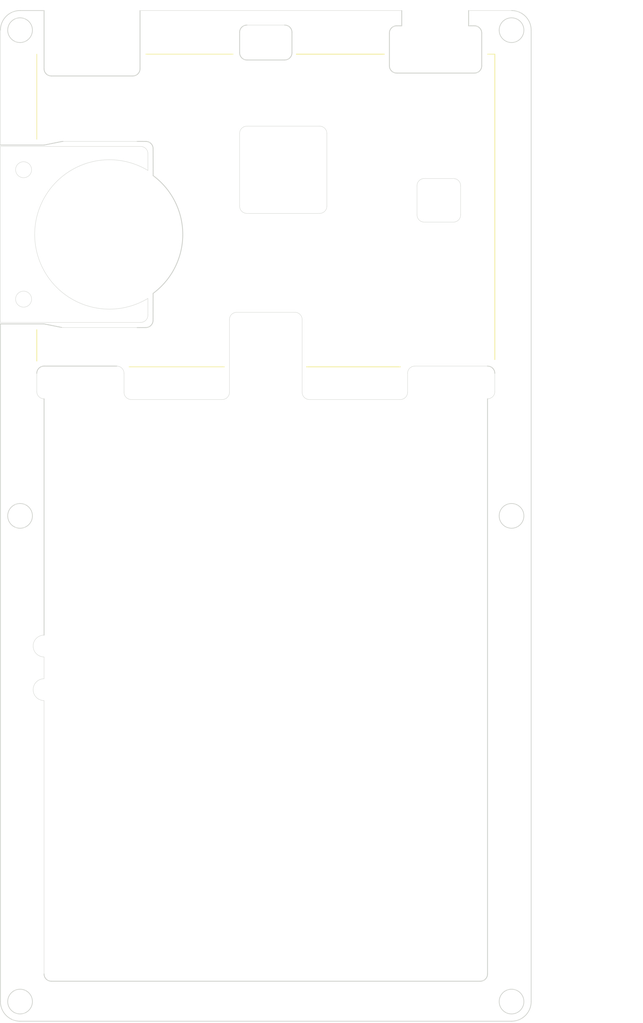
<source format=kicad_pcb>
(kicad_pcb
	(version 20241229)
	(generator "pcbnew")
	(generator_version "9.0")
	(general
		(thickness 1.6)
		(legacy_teardrops no)
	)
	(paper "A4")
	(layers
		(0 "F.Cu" signal)
		(2 "B.Cu" signal)
		(9 "F.Adhes" user "F.Adhesive")
		(11 "B.Adhes" user "B.Adhesive")
		(13 "F.Paste" user)
		(15 "B.Paste" user)
		(5 "F.SilkS" user "F.Silkscreen")
		(7 "B.SilkS" user "B.Silkscreen")
		(1 "F.Mask" user)
		(3 "B.Mask" user)
		(17 "Dwgs.User" user "User.Drawings")
		(19 "Cmts.User" user "User.Comments")
		(21 "Eco1.User" user "User.Eco1")
		(23 "Eco2.User" user "User.Eco2")
		(25 "Edge.Cuts" user)
		(27 "Margin" user)
		(31 "F.CrtYd" user "F.Courtyard")
		(29 "B.CrtYd" user "B.Courtyard")
		(35 "F.Fab" user)
		(33 "B.Fab" user)
		(39 "User.1" user)
		(41 "User.2" user)
		(43 "User.3" user)
		(45 "User.4" user)
	)
	(setup
		(stackup
			(layer "F.SilkS"
				(type "Top Silk Screen")
				(color "White")
			)
			(layer "F.Paste"
				(type "Top Solder Paste")
			)
			(layer "F.Mask"
				(type "Top Solder Mask")
				(color "Black")
				(thickness 0.01)
			)
			(layer "F.Cu"
				(type "copper")
				(thickness 0.035)
			)
			(layer "dielectric 1"
				(type "core")
				(thickness 1.51)
				(material "FR4")
				(epsilon_r 4.5)
				(loss_tangent 0.02)
			)
			(layer "B.Cu"
				(type "copper")
				(thickness 0.035)
			)
			(layer "B.Mask"
				(type "Bottom Solder Mask")
				(color "Black")
				(thickness 0.01)
			)
			(layer "B.Paste"
				(type "Bottom Solder Paste")
			)
			(layer "B.SilkS"
				(type "Bottom Silk Screen")
				(color "White")
			)
			(copper_finish "None")
			(dielectric_constraints no)
		)
		(pad_to_mask_clearance 0)
		(allow_soldermask_bridges_in_footprints no)
		(tenting front back)
		(pcbplotparams
			(layerselection 0x00000000_00000000_55555555_5755f5ff)
			(plot_on_all_layers_selection 0x00000000_00000000_00000000_00000000)
			(disableapertmacros no)
			(usegerberextensions no)
			(usegerberattributes yes)
			(usegerberadvancedattributes yes)
			(creategerberjobfile yes)
			(dashed_line_dash_ratio 12.000000)
			(dashed_line_gap_ratio 3.000000)
			(svgprecision 4)
			(plotframeref no)
			(mode 1)
			(useauxorigin no)
			(hpglpennumber 1)
			(hpglpenspeed 20)
			(hpglpendiameter 15.000000)
			(pdf_front_fp_property_popups yes)
			(pdf_back_fp_property_popups yes)
			(pdf_metadata yes)
			(pdf_single_document no)
			(dxfpolygonmode yes)
			(dxfimperialunits yes)
			(dxfusepcbnewfont yes)
			(psnegative no)
			(psa4output no)
			(plot_black_and_white yes)
			(sketchpadsonfab no)
			(plotpadnumbers no)
			(hidednponfab no)
			(sketchdnponfab yes)
			(crossoutdnponfab yes)
			(subtractmaskfromsilk no)
			(outputformat 1)
			(mirror no)
			(drillshape 1)
			(scaleselection 1)
			(outputdirectory "")
		)
	)
	(net 0 "")
	(gr_line
		(start 95 89)
		(end 82.1 89)
		(stroke
			(width 0.12)
			(type default)
		)
		(layer "F.SilkS")
		(uuid "1bc3abfd-021e-4067-8fac-0188a8ebf9af")
	)
	(gr_line
		(start 57.7 89)
		(end 70.8 89)
		(stroke
			(width 0.1)
			(type default)
		)
		(layer "F.SilkS")
		(uuid "416519e2-4020-4337-801b-efb0295b999e")
	)
	(gr_line
		(start 108 46)
		(end 108 88)
		(stroke
			(width 0.12)
			(type default)
		)
		(layer "F.SilkS")
		(uuid "549310a0-ff7e-46a2-a7ee-2c2aea5d7028")
	)
	(gr_line
		(start 45 46)
		(end 45 57.7)
		(stroke
			(width 0.1)
			(type default)
		)
		(layer "F.SilkS")
		(uuid "7d7221f7-fa46-4fd4-a710-11c82856c194")
	)
	(gr_line
		(start 45 88.2)
		(end 45 83.9)
		(stroke
			(width 0.12)
			(type default)
		)
		(layer "F.SilkS")
		(uuid "c7458ddd-0864-421e-a747-75f8c533dcf4")
	)
	(gr_line
		(start 80.7 46)
		(end 92.8 46)
		(stroke
			(width 0.12)
			(type default)
		)
		(layer "F.SilkS")
		(uuid "cfc4c67e-99c7-4800-892b-8c6ec6e698d0")
	)
	(gr_line
		(start 108 46)
		(end 107 46)
		(stroke
			(width 0.1)
			(type default)
		)
		(layer "F.SilkS")
		(uuid "de49624c-f575-4140-aa01-f4194fe8d629")
	)
	(gr_line
		(start 60 46)
		(end 72 46)
		(stroke
			(width 0.1)
			(type default)
		)
		(layer "F.SilkS")
		(uuid "f81ba50a-26b8-4d2d-8c7e-45949ef8e522")
	)
	(gr_arc
		(start 42.7 179)
		(mid 40.790812 178.209188)
		(end 40 176.3)
		(stroke
			(width 0.1)
			(type default)
		)
		(layer "Edge.Cuts")
		(uuid "0576b707-f19f-4114-88a2-6c9408b56b76")
	)
	(gr_arc
		(start 84.9 66.9)
		(mid 84.607107 67.607107)
		(end 83.9 67.9)
		(stroke
			(width 0.05)
			(type default)
		)
		(layer "Edge.Cuts")
		(uuid "05a04562-578c-47d1-86c8-29df245a8d6d")
	)
	(gr_arc
		(start 48.59902 83.6)
		(mid 48.500482 83.595133)
		(end 48.402904 83.580581)
		(stroke
			(width 0.05)
			(type default)
		)
		(layer "Edge.Cuts")
		(uuid "0a530d39-889f-4763-b5a8-1a0c2396db13")
	)
	(gr_arc
		(start 107 88.9)
		(mid 107.707107 89.192893)
		(end 108 89.9)
		(stroke
			(width 0.12)
			(type default)
		)
		(layer "Edge.Cuts")
		(uuid "0e66ed75-e522-4408-9658-db6554ba952d")
	)
	(gr_arc
		(start 71.5 92.5)
		(mid 71.207107 93.207107)
		(end 70.5 93.5)
		(stroke
			(width 0.05)
			(type default)
		)
		(layer "Edge.Cuts")
		(uuid "0fba9aa0-62fb-400e-875c-315c33976f56")
	)
	(gr_line
		(start 40 42.7)
		(end 40 58.5)
		(stroke
			(width 0.05)
			(type default)
		)
		(layer "Edge.Cuts")
		(uuid "12f9da34-bfaa-42dd-a0be-e3c7904a8e2e")
	)
	(gr_line
		(start 58.8 57.996446)
		(end 60 58)
		(stroke
			(width 0.12)
			(type default)
		)
		(layer "Edge.Cuts")
		(uuid "14cbc514-02b9-417f-a43e-f454434c51df")
	)
	(gr_line
		(start 78 40)
		(end 95.2 40)
		(stroke
			(width 0.05)
			(type default)
		)
		(layer "Edge.Cuts")
		(uuid "14eb463b-8db5-4cda-8b59-299107d8a775")
	)
	(gr_line
		(start 46 128.9)
		(end 46 131.9)
		(stroke
			(width 0.05)
			(type default)
		)
		(layer "Edge.Cuts")
		(uuid "17364c38-5bd2-490e-a727-d09f588cf9c6")
	)
	(gr_arc
		(start 93.5 43.1)
		(mid 93.792893 42.392893)
		(end 94.5 42.1)
		(stroke
			(width 0.12)
			(type default)
		)
		(layer "Edge.Cuts")
		(uuid "19f16985-2a9b-4788-be59-8be5639fdf83")
	)
	(gr_line
		(start 72.5 81.5)
		(end 80.5 81.5)
		(stroke
			(width 0.05)
			(type default)
		)
		(layer "Edge.Cuts")
		(uuid "1b265fad-c5d8-42ae-9ace-81b29257d080")
	)
	(gr_arc
		(start 80.1 45.8)
		(mid 79.807107 46.507107)
		(end 79.1 46.8)
		(stroke
			(width 0.12)
			(type default)
		)
		(layer "Edge.Cuts")
		(uuid "227b30ab-66bd-4cbd-ba62-f2dd092f9a14")
	)
	(gr_line
		(start 58.803553 83.603554)
		(end 59.9929 83.599993)
		(stroke
			(width 0.12)
			(type default)
		)
		(layer "Edge.Cuts")
		(uuid "23f5a5c9-b1e2-466f-8512-b0bcd073ca6f")
	)
	(gr_arc
		(start 113 176.3)
		(mid 112.209188 178.209188)
		(end 110.3 179)
		(stroke
			(width 0.1)
			(type default)
		)
		(layer "Edge.Cuts")
		(uuid "2e9b216e-5004-4d87-b424-048c3c433a84")
	)
	(gr_line
		(start 71.5 92.5)
		(end 71.5 82.5)
		(stroke
			(width 0.05)
			(type default)
		)
		(layer "Edge.Cuts")
		(uuid "2ff4ffab-e767-4fcf-99d7-d27afffc60e1")
	)
	(gr_arc
		(start 48.402904 58.019419)
		(mid 48.500482 58.004866)
		(end 48.59902 58)
		(stroke
			(width 0.12)
			(type default)
		)
		(layer "Edge.Cuts")
		(uuid "3086e7f4-f923-44db-88e3-a20f51b4d1ad")
	)
	(gr_arc
		(start 46.000001 93.399999)
		(mid 45.292894 93.107106)
		(end 45.000001 92.399999)
		(stroke
			(width 0.05)
			(type default)
		)
		(layer "Edge.Cuts")
		(uuid "3284b775-41d5-4030-97a9-bc0bedbfba67")
	)
	(gr_line
		(start 58.8 83.6)
		(end 48.59902 83.6)
		(stroke
			(width 0.05)
			(type default)
		)
		(layer "Edge.Cuts")
		(uuid "33920185-0af3-41d1-8e8c-b4eb83f85371")
	)
	(gr_arc
		(start 98.3 69.1)
		(mid 97.592893 68.807107)
		(end 97.3 68.1)
		(stroke
			(width 0.05)
			(type default)
		)
		(layer "Edge.Cuts")
		(uuid "346b193e-a697-420b-ab2d-3454ace37c95")
	)
	(gr_circle
		(center 42.7 42.7)
		(end 42.7 44.4)
		(stroke
			(width 0.1)
			(type default)
		)
		(fill no)
		(layer "Edge.Cuts")
		(uuid "358d605b-cdd8-407b-b900-7fdbfb1adb69")
	)
	(gr_arc
		(start 107.999999 92.399999)
		(mid 107.707106 93.107106)
		(end 106.999999 93.399999)
		(stroke
			(width 0.05)
			(type default)
		)
		(layer "Edge.Cuts")
		(uuid "381c9d77-2e6b-4095-b78a-d451a3496235")
	)
	(gr_line
		(start 105.2 42.1)
		(end 104.4 42.1)
		(stroke
			(width 0.12)
			(type default)
		)
		(layer "Edge.Cuts")
		(uuid "3879cf98-f55b-4d84-8f22-b3867afb49c3")
	)
	(gr_line
		(start 93.5 43.1)
		(end 93.5 47.6)
		(stroke
			(width 0.12)
			(type default)
		)
		(layer "Edge.Cuts")
		(uuid "3979c8c1-25d7-40c1-b527-55f448e5241f")
	)
	(gr_circle
		(center 43.185793 79.692893)
		(end 44.285793 79.692893)
		(stroke
			(width 0.05)
			(type default)
		)
		(fill no)
		(layer "Edge.Cuts")
		(uuid "3c3fb41b-5d66-4115-b093-5c021755640e")
	)
	(gr_arc
		(start 72.9 43)
		(mid 73.192893 42.292893)
		(end 73.9 42)
		(stroke
			(width 0.12)
			(type default)
		)
		(layer "Edge.Cuts")
		(uuid "3d500a83-4a77-4a96-beb7-b86760d12401")
	)
	(gr_arc
		(start 59.999993 58.000007)
		(mid 60.7071 58.2929)
		(end 60.999993 59.000007)
		(stroke
			(width 0.12)
			(type default)
		)
		(layer "Edge.Cuts")
		(uuid "3ded1c24-f39b-4162-9bb0-cc7a75b81619")
	)
	(gr_arc
		(start 102.3 63.1)
		(mid 103.007107 63.392893)
		(end 103.3 64.1)
		(stroke
			(width 0.05)
			(type default)
		)
		(layer "Edge.Cuts")
		(uuid "4076f9b6-9845-48be-84c6-38503c0d1ee1")
	)
	(gr_arc
		(start 61.007181 62.705324)
		(mid 65.080178 70.80447)
		(end 61 78.9)
		(stroke
			(width 0.12)
			(type solid)
		)
		(layer "Edge.Cuts")
		(uuid "49c91d59-af12-4698-8d72-29b153322721")
	)
	(gr_arc
		(start 110.3 40)
		(mid 112.209188 40.790812)
		(end 113 42.7)
		(stroke
			(width 0.1)
			(type default)
		)
		(layer "Edge.Cuts")
		(uuid "501dad13-a8ec-47ef-ad6c-0bd379af3b2c")
	)
	(gr_line
		(start 61 78.899998)
		(end 60.992892 82.599993)
		(stroke
			(width 0.12)
			(type default)
		)
		(layer "Edge.Cuts")
		(uuid "51240c53-6c38-4b1e-9a12-9e06947b8c52")
	)
	(gr_line
		(start 40 58.5)
		(end 46 58.5)
		(stroke
			(width 0.12)
			(type default)
		)
		(layer "Edge.Cuts")
		(uuid "521c9eb9-8179-4e22-abe9-907ea09306a5")
	)
	(gr_line
		(start 46 93.4)
		(end 46 125.9)
		(stroke
			(width 0.12)
			(type default)
		)
		(layer "Edge.Cuts")
		(uuid "527be56c-f444-4648-b7ba-445a9f5a157d")
	)
	(gr_line
		(start 47 49)
		(end 58.2 49)
		(stroke
			(width 0.12)
			(type default)
		)
		(layer "Edge.Cuts")
		(uuid "539f26c7-13db-4dc0-9d56-d14887e93236")
	)
	(gr_circle
		(center 110.3 176.3)
		(end 110.3 178)
		(stroke
			(width 0.1)
			(type default)
		)
		(fill no)
		(layer "Edge.Cuts")
		(uuid "54464326-f00d-4be8-9695-fe528addea83")
	)
	(gr_line
		(start 39.985793 82.892893)
		(end 59.285793 82.892893)
		(stroke
			(width 0.05)
			(type default)
		)
		(layer "Edge.Cuts")
		(uuid "5807e6ba-c3b1-4ecc-90a2-885092e71fb6")
	)
	(gr_circle
		(center 42.7 109.5)
		(end 42.7 111.2)
		(stroke
			(width 0.1)
			(type default)
		)
		(fill no)
		(layer "Edge.Cuts")
		(uuid "59a70c36-fa30-4521-9736-dcf56c11bcf3")
	)
	(gr_line
		(start 60.999575 59.000007)
		(end 61.007181 62.705325)
		(stroke
			(width 0.12)
			(type default)
		)
		(layer "Edge.Cuts")
		(uuid "5d4a16ed-bb7f-4994-92ed-7ca96b4c29ad")
	)
	(gr_line
		(start 59.2 40)
		(end 78 40)
		(stroke
			(width 0.05)
			(type default)
		)
		(layer "Edge.Cuts")
		(uuid "5ede8468-5639-4625-b9b8-00b580ad044b")
	)
	(gr_line
		(start 113 42.7)
		(end 113 176.3)
		(stroke
			(width 0.1)
			(type default)
		)
		(layer "Edge.Cuts")
		(uuid "60d216a1-e37e-4a2d-b933-1c531f7fe747")
	)
	(gr_line
		(start 39.985793 58.692893)
		(end 59.285793 58.692893)
		(stroke
			(width 0.05)
			(type default)
		)
		(layer "Edge.Cuts")
		(uuid "6322e7ea-34e8-43fc-9671-1fa808da8c6b")
	)
	(gr_arc
		(start 59.2 48)
		(mid 58.907107 48.707107)
		(end 58.2 49)
		(stroke
			(width 0.12)
			(type default)
		)
		(layer "Edge.Cuts")
		(uuid "64ae5f14-7304-4ea5-86f7-b1d3ac31e45b")
	)
	(gr_line
		(start 46 40)
		(end 46 48)
		(stroke
			(width 0.12)
			(type default)
		)
		(layer "Edge.Cuts")
		(uuid "68203c59-dfb7-4bb9-b7be-cae48bd8f645")
	)
	(gr_line
		(start 95.2 42.1)
		(end 94.5 42.1)
		(stroke
			(width 0.12)
			(type default)
		)
		(layer "Edge.Cuts")
		(uuid "6abc12be-4a54-4ab7-8c1e-feef8ac2c202")
	)
	(gr_line
		(start 60.285793 61.992893)
		(end 60.285793 59.692893)
		(stroke
			(width 0.05)
			(type default)
		)
		(layer "Edge.Cuts")
		(uuid "6aecefe7-b571-41ca-87a6-31a033655d80")
	)
	(gr_line
		(start 80.1 45.8)
		(end 80.1 43)
		(stroke
			(width 0.12)
			(type default)
		)
		(layer "Edge.Cuts")
		(uuid "6d5ca2d0-9363-44b5-8b5e-1c322618de8c")
	)
	(gr_circle
		(center 110.3 42.7)
		(end 110.3 44.4)
		(stroke
			(width 0.1)
			(type default)
		)
		(fill no)
		(layer "Edge.Cuts")
		(uuid "6e193b85-5bff-4be9-9de0-0d142d428288")
	)
	(gr_line
		(start 73.9 55.9)
		(end 83.9 55.9)
		(stroke
			(width 0.05)
			(type default)
		)
		(layer "Edge.Cuts")
		(uuid "6eb393dc-3b15-4aec-8e76-e47c31a2f75d")
	)
	(gr_arc
		(start 107 172.5)
		(mid 106.707107 173.207107)
		(end 106 173.5)
		(stroke
			(width 0.12)
			(type default)
		)
		(layer "Edge.Cuts")
		(uuid "6f71b28a-f811-4532-b02d-60d37cf35bfe")
	)
	(gr_arc
		(start 60.285793 81.892893)
		(mid 59.9929 82.6)
		(end 59.285793 82.892893)
		(stroke
			(width 0.05)
			(type default)
		)
		(layer "Edge.Cuts")
		(uuid "6fb1aec4-7cbc-401f-b9d6-55fbef4c5df3")
	)
	(gr_line
		(start 84.9 56.9)
		(end 84.9 66.9)
		(stroke
			(width 0.05)
			(type default)
		)
		(layer "Edge.Cuts")
		(uuid "71377a64-1442-4216-b185-22dcdf11f553")
	)
	(gr_arc
		(start 72.9 56.9)
		(mid 73.192893 56.192893)
		(end 73.9 55.9)
		(stroke
			(width 0.05)
			(type default)
		)
		(layer "Edge.Cuts")
		(uuid "729e2274-a7fe-44b5-9fa3-369dc04d9e3b")
	)
	(gr_arc
		(start 40 42.7)
		(mid 40.790812 40.790812)
		(end 42.7 40)
		(stroke
			(width 0.1)
			(type default)
		)
		(layer "Edge.Cuts")
		(uuid "7354bb00-6699-4bed-b4de-8bf084753b8a")
	)
	(gr_arc
		(start 56 88.9)
		(mid 56.707107 89.192893)
		(end 57 89.9)
		(stroke
			(width 0.05)
			(type default)
		)
		(layer "Edge.Cuts")
		(uuid "73771917-5ce9-416c-8677-db4228ce40cf")
	)
	(gr_arc
		(start 46 134.9)
		(mid 44.5 133.4)
		(end 46 131.9)
		(stroke
			(width 0.05)
			(type default)
		)
		(layer "Edge.Cuts")
		(uuid "75b4fa86-6021-4d82-85fd-ab91d9957c94")
	)
	(gr_line
		(start 97 88.9)
		(end 107 88.9)
		(stroke
			(width 0.05)
			(type default)
		)
		(layer "Edge.Cuts")
		(uuid "786c072e-a251-4c3d-96de-ed27723d27f5")
	)
	(gr_line
		(start 39.985793 58.692893)
		(end 39.985793 82.892893)
		(stroke
			(width 0.05)
			(type default)
		)
		(layer "Edge.Cuts")
		(uuid "796f0e6e-c25a-4932-bd6e-cc4e49cb8b31")
	)
	(gr_line
		(start 108 89.9)
		(end 107.999999 92.399999)
		(stroke
			(width 0.05)
			(type default)
		)
		(layer "Edge.Cuts")
		(uuid "7ece1866-8dc2-413b-841f-e6b1855dbec7")
	)
	(gr_line
		(start 46 83.1)
		(end 48.402904 83.580581)
		(stroke
			(width 0.12)
			(type default)
		)
		(layer "Edge.Cuts")
		(uuid "7fe86386-6c83-483b-9d59-1133a52bc068")
	)
	(gr_arc
		(start 103.3 68.1)
		(mid 103.007107 68.807107)
		(end 102.3 69.1)
		(stroke
			(width 0.05)
			(type default)
		)
		(layer "Edge.Cuts")
		(uuid "80b72c8c-804b-4259-8e21-383ce74f1e23")
	)
	(gr_arc
		(start 58 93.5)
		(mid 57.292893 93.207107)
		(end 57 92.5)
		(stroke
			(width 0.05)
			(type default)
		)
		(layer "Edge.Cuts")
		(uuid "8410b91f-4701-4699-908e-f443fcebc472")
	)
	(gr_arc
		(start 47 173.5)
		(mid 46.292893 173.207107)
		(end 46 172.5)
		(stroke
			(width 0.12)
			(type default)
		)
		(layer "Edge.Cuts")
		(uuid "845402d6-474b-4aaa-bca5-37214552e3ba")
	)
	(gr_line
		(start 46 88.9)
		(end 56 88.9)
		(stroke
			(width 0.12)
			(type default)
		)
		(layer "Edge.Cuts")
		(uuid "86ba408b-f3f8-4254-ae8b-f0e824e72276")
	)
	(gr_arc
		(start 46 128.9)
		(mid 44.5 127.4)
		(end 46 125.9)
		(stroke
			(width 0.05)
			(type default)
		)
		(layer "Edge.Cuts")
		(uuid "86e3ddf1-71ef-43bd-8fcf-163cbddc6169")
	)
	(gr_arc
		(start 80.5 81.5)
		(mid 81.207107 81.792893)
		(end 81.5 82.5)
		(stroke
			(width 0.05)
			(type default)
		)
		(layer "Edge.Cuts")
		(uuid "8819ee3c-65ac-43c8-9ef0-7a87f9d6446f")
	)
	(gr_arc
		(start 96 92.5)
		(mid 95.707107 93.207107)
		(end 95 93.5)
		(stroke
			(width 0.05)
			(type default)
		)
		(layer "Edge.Cuts")
		(uuid "8af6c903-9589-473c-9a75-783ecc8b49e6")
	)
	(gr_arc
		(start 106.2 47.6)
		(mid 105.907107 48.307107)
		(end 105.2 48.6)
		(stroke
			(width 0.12)
			(type default)
		)
		(layer "Edge.Cuts")
		(uuid "8c6f5c52-a70f-460c-b913-1fbef388db12")
	)
	(gr_arc
		(start 94.5 48.6)
		(mid 93.792893 48.307107)
		(end 93.5 47.6)
		(stroke
			(width 0.12)
			(type default)
		)
		(layer "Edge.Cuts")
		(uuid "8ceb9c4b-0dc8-4e0c-93c5-5da2e94ffdf2")
	)
	(gr_circle
		(center 110.3 109.5)
		(end 110.3 111.2)
		(stroke
			(width 0.1)
			(type default)
		)
		(fill no)
		(layer "Edge.Cuts")
		(uuid "8fef483c-5ffe-4186-b1dd-b18fb57f288a")
	)
	(gr_arc
		(start 82.5 93.5)
		(mid 81.792893 93.207107)
		(end 81.5 92.5)
		(stroke
			(width 0.05)
			(type default)
		)
		(layer "Edge.Cuts")
		(uuid "936b1e1a-122c-4e6f-ba42-ba1f95de5e8b")
	)
	(gr_line
		(start 81.5 82.5)
		(end 81.5 92.5)
		(stroke
			(width 0.05)
			(type default)
		)
		(layer "Edge.Cuts")
		(uuid "95fc25df-9761-4939-9dc6-1d388b3e30b8")
	)
	(gr_arc
		(start 59.285793 58.692893)
		(mid 59.9929 58.985786)
		(end 60.285793 59.692893)
		(stroke
			(width 0.05)
			(type default)
		)
		(layer "Edge.Cuts")
		(uuid "97cb9b13-7113-4c1d-bad6-4f940e370241")
	)
	(gr_arc
		(start 45 89.9)
		(mid 45.292893 89.192893)
		(end 46 88.9)
		(stroke
			(width 0.12)
			(type default)
		)
		(layer "Edge.Cuts")
		(uuid "9c188544-3073-458c-9b83-1a08f7379092")
	)
	(gr_arc
		(start 73.9 67.9)
		(mid 73.192893 67.607107)
		(end 72.9 66.9)
		(stroke
			(width 0.05)
			(type default)
		)
		(layer "Edge.Cuts")
		(uuid "9f1afc00-a62d-4b71-90ba-15db63e47906")
	)
	(gr_line
		(start 104.4 40)
		(end 110.3 40)
		(stroke
			(width 0.05)
			(type default)
		)
		(layer "Edge.Cuts")
		(uuid "9ff160f1-d665-43a2-8ba1-36b105f77b09")
	)
	(gr_line
		(start 97.3 68.1)
		(end 97.3 64.1)
		(stroke
			(width 0.05)
			(type default)
		)
		(layer "Edge.Cuts")
		(uuid "a9f9e8fc-1ba0-400a-bf76-aa02898cf2f1")
	)
	(gr_line
		(start 60.285793 79.592892)
		(end 60.285793 81.892893)
		(stroke
			(width 0.05)
			(type default)
		)
		(layer "Edge.Cuts")
		(uuid "ac97183a-83b3-415f-a07f-f3fb73663ca6")
	)
	(gr_line
		(start 102.3 69.1)
		(end 98.3 69.1)
		(stroke
			(width 0.05)
			(type default)
		)
		(layer "Edge.Cuts")
		(uuid "ad6bf1d5-aee5-43e3-b13a-497e631176d9")
	)
	(gr_line
		(start 82.5 93.5)
		(end 95 93.5)
		(stroke
			(width 0.05)
			(type default)
		)
		(layer "Edge.Cuts")
		(uuid "ae6d415a-8a49-4899-a835-55e9ba150de2")
	)
	(gr_line
		(start 106.2 47.6)
		(end 106.2 43.1)
		(stroke
			(width 0.12)
			(type default)
		)
		(layer "Edge.Cuts")
		(uuid "af13ffd6-6e3d-4dd7-ba37-dd095608ce81")
	)
	(gr_line
		(start 58 93.5)
		(end 70.5 93.5)
		(stroke
			(width 0.05)
			(type default)
		)
		(layer "Edge.Cuts")
		(uuid "b00e2042-ae0a-4436-a2c0-8cf760c4100a")
	)
	(gr_line
		(start 46 58.5)
		(end 48.402904 58.019419)
		(stroke
			(width 0.12)
			(type default)
		)
		(layer "Edge.Cuts")
		(uuid "b2fc301a-b137-434e-b98b-fffdff8ed9e7")
	)
	(gr_arc
		(start 79.1 42)
		(mid 79.807107 42.292893)
		(end 80.1 43)
		(stroke
			(width 0.12)
			(type default)
		)
		(layer "Edge.Cuts")
		(uuid "b8b21052-4be6-4f69-bd07-d7f7e006b7b9")
	)
	(gr_arc
		(start 83.9 55.9)
		(mid 84.607107 56.192893)
		(end 84.9 56.9)
		(stroke
			(width 0.05)
			(type default)
		)
		(layer "Edge.Cuts")
		(uuid "bc5aab05-5d35-476e-840d-701dedef09d6")
	)
	(gr_arc
		(start 97.3 64.1)
		(mid 97.592893 63.392893)
		(end 98.3 63.1)
		(stroke
			(width 0.05)
			(type default)
		)
		(layer "Edge.Cuts")
		(uuid "c2ff451b-9700-47e6-8a92-9b4a7b9162a9")
	)
	(gr_arc
		(start 71.5 82.5)
		(mid 71.792893 81.792893)
		(end 72.5 81.5)
		(stroke
			(width 0.05)
			(type default)
		)
		(layer "Edge.Cuts")
		(uuid "c3658c8c-0fcf-4c25-b466-d072c7580382")
	)
	(gr_line
		(start 103.3 64.1)
		(end 103.3 68.1)
		(stroke
			(width 0.05)
			(type default)
		)
		(layer "Edge.Cuts")
		(uuid "c46401a2-25ba-4d93-9a35-18079d8f958e")
	)
	(gr_line
		(start 73.9 46.8)
		(end 79.1 46.8)
		(stroke
			(width 0.12)
			(type default)
		)
		(layer "Edge.Cuts")
		(uuid "c7d33e70-6d39-40ba-afdb-fbe9fd4a61d1")
	)
	(gr_line
		(start 98.3 63.1)
		(end 102.3 63.1)
		(stroke
			(width 0.05)
			(type default)
		)
		(layer "Edge.Cuts")
		(uuid "c8eaca55-bc5e-446c-bad7-b303701322cc")
	)
	(gr_line
		(start 42.7 40)
		(end 46 40)
		(stroke
			(width 0.1)
			(type default)
		)
		(layer "Edge.Cuts")
		(uuid "cb916a5e-e271-42c6-b88f-59d0b307f214")
	)
	(gr_arc
		(start 60.285793 79.592893)
		(mid 44.713013 70.792893)
		(end 60.285793 61.992892)
		(stroke
			(width 0.05)
			(type default)
		)
		(layer "Edge.Cuts")
		(uuid "cbf861d0-ad29-492a-ab6c-9d72a8082700")
	)
	(gr_line
		(start 94.5 48.6)
		(end 105.2 48.6)
		(stroke
			(width 0.12)
			(type default)
		)
		(layer "Edge.Cuts")
		(uuid "cfb03197-13f0-4431-90f8-57dbb4f7e266")
	)
	(gr_arc
		(start 47 49)
		(mid 46.292893 48.707107)
		(end 46 48)
		(stroke
			(width 0.12)
			(type default)
		)
		(layer "Edge.Cuts")
		(uuid "d1e11a1c-4926-47e1-affd-d0a64aef6f0f")
	)
	(gr_line
		(start 59.2 48)
		(end 59.2 40)
		(stroke
			(width 0.12)
			(type default)
		)
		(layer "Edge.Cuts")
		(uuid "d33a855e-088b-4c71-ac7f-75bc55fc70d4")
	)
	(gr_line
		(start 96 92.5)
		(end 96 89.9)
		(stroke
			(width 0.05)
			(type default)
		)
		(layer "Edge.Cuts")
		(uuid "d4498b14-93df-4b19-aa09-85b059dea336")
	)
	(gr_line
		(start 57 89.9)
		(end 57 92.5)
		(stroke
			(width 0.05)
			(type default)
		)
		(layer "Edge.Cuts")
		(uuid "d8e70f01-64ca-42ea-a5e8-5510e6cac1d5")
	)
	(gr_line
		(start 40 176.3)
		(end 40 83.1)
		(stroke
			(width 0.1)
			(type default)
		)
		(layer "Edge.Cuts")
		(uuid "e05377eb-0966-4c14-9d7f-e62d9fd91030")
	)
	(gr_line
		(start 104.4 42.1)
		(end 104.4 40)
		(stroke
			(width 0.12)
			(type default)
		)
		(layer "Edge.Cuts")
		(uuid "e0872e2f-23b6-4399-b12b-a3f86694c121")
	)
	(gr_line
		(start 46 134.9)
		(end 46 172.5)
		(stroke
			(width 0.05)
			(type default)
		)
		(layer "Edge.Cuts")
		(uuid "e190d02b-80ec-4571-b113-4e57e85fe169")
	)
	(gr_line
		(start 72.9 43)
		(end 72.9 45.8)
		(stroke
			(width 0.12)
			(type default)
		)
		(layer "Edge.Cuts")
		(uuid "e38a42e7-478a-485c-8fc0-e42659b4f428")
	)
	(gr_line
		(start 46 83.1)
		(end 40 83.1)
		(stroke
			(width 0.12)
			(type default)
		)
		(layer "Edge.Cuts")
		(uuid "e3a70964-2f14-48c8-8c5b-3dc4f51e42c9")
	)
	(gr_line
		(start 95.2 40)
		(end 95.2 42.1)
		(stroke
			(width 0.12)
			(type default)
		)
		(layer "Edge.Cuts")
		(uuid "e6731c94-9561-4a48-9b6b-1280255b9353")
	)
	(gr_line
		(start 58.8 58)
		(end 48.59902 58)
		(stroke
			(width 0.05)
			(type default)
		)
		(layer "Edge.Cuts")
		(uuid "e87908ab-4472-4299-8382-c1e4168cd1b4")
	)
	(gr_arc
		(start 73.9 46.8)
		(mid 73.192893 46.507107)
		(end 72.9 45.8)
		(stroke
			(width 0.12)
			(type default)
		)
		(layer "Edge.Cuts")
		(uuid "e9672c35-221d-4b98-8c63-c68d152651c4")
	)
	(gr_line
		(start 72.9 66.9)
		(end 72.9 56.9)
		(stroke
			(width 0.05)
			(type default)
		)
		(layer "Edge.Cuts")
		(uuid "eae10603-ee89-4069-b2f6-2d1a88b6f44c")
	)
	(gr_line
		(start 110.3 179)
		(end 42.7 179)
		(stroke
			(width 0.1)
			(type default)
		)
		(layer "Edge.Cuts")
		(uuid "eb9131ed-dd43-43ac-a527-dc4d188192b0")
	)
	(gr_arc
		(start 105.2 42.1)
		(mid 105.907107 42.392893)
		(end 106.2 43.1)
		(stroke
			(width 0.12)
			(type default)
		)
		(layer "Edge.Cuts")
		(uuid "eddb46a2-3db4-42de-9ea0-713d8b56d8b8")
	)
	(gr_line
		(start 45 89.9)
		(end 45.000002 92.399999)
		(stroke
			(width 0.05)
			(type default)
		)
		(layer "Edge.Cuts")
		(uuid "edec1302-0a01-4620-bec1-4bfb16b24a1d")
	)
	(gr_arc
		(start 96 89.9)
		(mid 96.292893 89.192893)
		(end 97 88.9)
		(stroke
			(width 0.05)
			(type default)
		)
		(layer "Edge.Cuts")
		(uuid "f0e0e199-196c-49cf-ba23-9ad98cbbf8c6")
	)
	(gr_line
		(start 83.9 67.9)
		(end 73.9 67.9)
		(stroke
			(width 0.05)
			(type default)
		)
		(layer "Edge.Cuts")
		(uuid "f180b3cc-5210-4930-9fab-02b9ce6fa606")
	)
	(gr_line
		(start 47 173.5)
		(end 106 173.5)
		(stroke
			(width 0.12)
			(type default)
		)
		(layer "Edge.Cuts")
		(uuid "f246eeec-de0e-4a91-8073-886895c070a0")
	)
	(gr_line
		(start 107 172.5)
		(end 106.999999 93.399998)
		(stroke
			(width 0.12)
			(type default)
		)
		(layer "Edge.Cuts")
		(uuid "f3a775c1-ec13-4036-a9d0-d02dc1621a77")
	)
	(gr_circle
		(center 43.185793 61.892893)
		(end 44.285793 61.892893)
		(stroke
			(width 0.05)
			(type default)
		)
		(fill no)
		(layer "Edge.Cuts")
		(uuid "f526d80d-6c8d-4205-a277-1fff36811f09")
	)
	(gr_arc
		(start 60.992893 82.599993)
		(mid 60.7 83.3071)
		(end 59.992893 83.599993)
		(stroke
			(width 0.12)
			(type default)
		)
		(layer "Edge.Cuts")
		(uuid "fbb92fa4-71ae-47a2-9215-609680f85713")
	)
	(gr_circle
		(center 42.7 176.3)
		(end 42.7 178)
		(stroke
			(width 0.1)
			(type default)
		)
		(fill no)
		(layer "Edge.Cuts")
		(uuid "fc622673-aa81-4b24-88dc-1a86fd17a23b")
	)
	(gr_line
		(start 79.1 42)
		(end 73.9 42)
		(stroke
			(width 0.05)
			(type default)
		)
		(layer "Edge.Cuts")
		(uuid "fd4ebb3f-c1a9-4e33-9ac7-59f666bac8d5")
	)
	(gr_text "PCB3D_BR_SPACER2"
		(at 113 179 0)
		(layer "Cmts.User")
		(uuid "11dd63a0-d417-468c-a052-f9973b6ebb15")
		(effects
			(font
				(size 1 1)
				(thickness 0.15)
			)
			(justify left bottom)
		)
	)
	(gr_text "PCB3D_TL_SPACER2"
		(at 40 40 0)
		(layer "Cmts.User")
		(uuid "a2f3bb92-ef2b-4dce-94ad-c6925bc57e6d")
		(effects
			(font
				(size 1 1)
				(thickness 0.15)
			)
			(justify left bottom)
		)
	)
	(embedded_fonts no)
)

</source>
